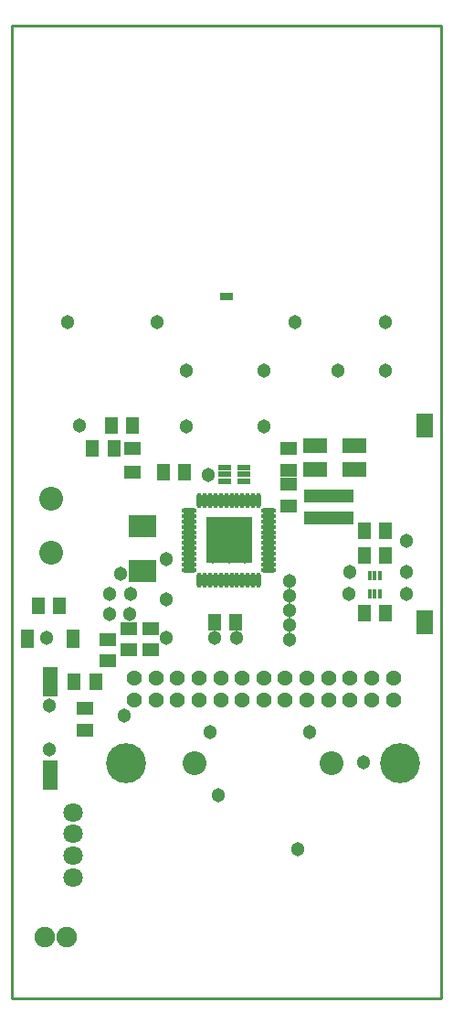
<source format=gts>
%FSLAX25Y25*%
%MOIN*%
G70*
G01*
G75*
G04 Layer_Color=8388736*
%ADD10R,0.05118X0.03937*%
%ADD11R,0.03937X0.05118*%
%ADD12R,0.00984X0.03347*%
%ADD13R,0.04724X0.10039*%
%ADD14R,0.04331X0.05906*%
%ADD15O,0.04724X0.00984*%
%ADD16O,0.00984X0.04724*%
%ADD17R,0.07874X0.04724*%
%ADD18R,0.05118X0.04331*%
%ADD19R,0.05118X0.07874*%
%ADD20R,0.09055X0.07087*%
%ADD21R,0.03937X0.01378*%
%ADD22R,0.03937X0.01969*%
%ADD23C,0.00984*%
%ADD24C,0.01969*%
%ADD25C,0.05787*%
%ADD26C,0.01043*%
%ADD27R,0.07874X0.27559*%
%ADD28R,0.72870X0.07874*%
%ADD29R,0.07874X0.35433*%
%ADD30R,1.49606X0.07874*%
%ADD31R,1.25984X0.07874*%
%ADD32R,0.07874X0.27559*%
%ADD33C,0.04843*%
%ADD34C,0.07874*%
%ADD35C,0.13780*%
%ADD36C,0.06693*%
%ADD37R,0.16142X0.16142*%
%ADD38C,0.06299*%
%ADD39C,0.04331*%
%ADD40R,0.02362X0.03937*%
%ADD41R,0.03937X0.02362*%
%ADD42R,0.05906X0.02362*%
%ADD43R,0.05118X0.03150*%
%ADD44R,0.03150X0.05118*%
%ADD45R,0.06693X0.10236*%
%ADD46C,0.06693*%
%ADD47R,0.05918X0.04737*%
%ADD48R,0.04737X0.05918*%
%ADD49R,0.01378X0.03740*%
%ADD50R,0.05524X0.10839*%
%ADD51R,0.05131X0.06706*%
%ADD52O,0.05512X0.01772*%
%ADD53O,0.01772X0.05512*%
%ADD54R,0.08674X0.05524*%
%ADD55R,0.05918X0.05131*%
%ADD56R,0.05918X0.08674*%
%ADD57R,0.09855X0.07887*%
%ADD58R,0.04737X0.02178*%
%ADD59R,0.04737X0.02769*%
%ADD60C,0.05643*%
%ADD61C,0.08674*%
%ADD62C,0.14579*%
%ADD63C,0.07493*%
%ADD64R,0.16942X0.16942*%
%ADD65C,0.07099*%
%ADD66C,0.05131*%
D23*
X-78128Y-255572D02*
Y98791D01*
X78369D01*
Y-255572D02*
Y98791D01*
X-78128Y-255572D02*
X78072D01*
D47*
X37500Y-72763D02*
D03*
Y-80637D02*
D03*
X31500Y-72763D02*
D03*
Y-80637D02*
D03*
X43500D02*
D03*
Y-72763D02*
D03*
X-27400Y-128779D02*
D03*
Y-120905D02*
D03*
X22700Y-76137D02*
D03*
Y-68263D02*
D03*
Y-55263D02*
D03*
Y-63137D02*
D03*
X-35600Y-120905D02*
D03*
Y-128779D02*
D03*
X-51400Y-150005D02*
D03*
Y-157879D02*
D03*
X-43200Y-132679D02*
D03*
Y-124805D02*
D03*
D48*
X50363Y-85442D02*
D03*
X58237D02*
D03*
X58238Y-115442D02*
D03*
X50364D02*
D03*
X58238Y-94342D02*
D03*
X50364D02*
D03*
X-55437Y-140342D02*
D03*
X-47563D02*
D03*
X-4337Y-118642D02*
D03*
X3537D02*
D03*
X-23037Y-63900D02*
D03*
X-15163D02*
D03*
X-40863Y-55242D02*
D03*
X-48737D02*
D03*
X-68637Y-112642D02*
D03*
X-60763D02*
D03*
X-42037Y-46842D02*
D03*
X-34163D02*
D03*
D49*
X52281Y-108342D02*
D03*
X54250D02*
D03*
X56218D02*
D03*
Y-101452D02*
D03*
X54250D02*
D03*
X52281D02*
D03*
D50*
X-64300Y-140314D02*
D03*
Y-174369D02*
D03*
D51*
X-55785Y-124742D02*
D03*
X-72615D02*
D03*
D52*
X-13595Y-99568D02*
D03*
Y-97600D02*
D03*
Y-95631D02*
D03*
Y-93663D02*
D03*
Y-91694D02*
D03*
Y-89726D02*
D03*
Y-87757D02*
D03*
Y-85789D02*
D03*
Y-83820D02*
D03*
Y-81852D02*
D03*
Y-79883D02*
D03*
Y-77915D02*
D03*
X15539D02*
D03*
Y-79883D02*
D03*
Y-81852D02*
D03*
Y-83820D02*
D03*
Y-85789D02*
D03*
Y-87757D02*
D03*
Y-89726D02*
D03*
Y-91694D02*
D03*
Y-93663D02*
D03*
Y-95631D02*
D03*
Y-97600D02*
D03*
Y-99568D02*
D03*
D53*
X-9854Y-74175D02*
D03*
X-7886D02*
D03*
X-5917D02*
D03*
X-3949D02*
D03*
X-1980D02*
D03*
X-12D02*
D03*
X1957D02*
D03*
X3925D02*
D03*
X5894D02*
D03*
X7862D02*
D03*
X9831D02*
D03*
X11799D02*
D03*
Y-103309D02*
D03*
X9831D02*
D03*
X7862D02*
D03*
X5894D02*
D03*
X3925D02*
D03*
X1957D02*
D03*
X-12D02*
D03*
X-1980D02*
D03*
X-3949D02*
D03*
X-5917D02*
D03*
X-7886D02*
D03*
X-9854D02*
D03*
D54*
X46883Y-63031D02*
D03*
X32316Y-54369D02*
D03*
Y-63031D02*
D03*
X46883Y-54369D02*
D03*
D55*
X-34100Y-63972D02*
D03*
Y-55311D02*
D03*
D56*
X72400Y-46983D02*
D03*
Y-118636D02*
D03*
D57*
X-30500Y-100010D02*
D03*
Y-83474D02*
D03*
D58*
X6443Y-62217D02*
D03*
Y-64776D02*
D03*
Y-67335D02*
D03*
X-643D02*
D03*
Y-64776D02*
D03*
Y-62217D02*
D03*
D59*
X87Y-42D02*
D03*
D60*
X-33545Y-146784D02*
D03*
Y-138910D02*
D03*
X-25671Y-146784D02*
D03*
Y-138910D02*
D03*
X-17797Y-146784D02*
D03*
Y-138910D02*
D03*
X-9923Y-146784D02*
D03*
Y-138910D02*
D03*
X-2049Y-146784D02*
D03*
Y-138910D02*
D03*
X5825Y-146784D02*
D03*
Y-138910D02*
D03*
X13699Y-146784D02*
D03*
Y-138910D02*
D03*
X21573Y-146784D02*
D03*
Y-138910D02*
D03*
X29447Y-146784D02*
D03*
Y-138910D02*
D03*
X37321Y-146784D02*
D03*
Y-138910D02*
D03*
X45195Y-146784D02*
D03*
Y-138910D02*
D03*
X53069Y-146784D02*
D03*
Y-138910D02*
D03*
X60943Y-146784D02*
D03*
Y-138910D02*
D03*
D61*
X38400Y-169842D02*
D03*
X-11600D02*
D03*
X-64000Y-93184D02*
D03*
Y-73499D02*
D03*
D62*
X63400Y-169842D02*
D03*
X-36600D02*
D03*
D63*
X-66137Y-233142D02*
D03*
X-58263D02*
D03*
D64*
X972Y-88742D02*
D03*
D65*
X-56000Y-211464D02*
D03*
Y-203590D02*
D03*
Y-195716D02*
D03*
Y-187842D02*
D03*
D66*
X-5900Y-158700D02*
D03*
X-37100Y-152600D02*
D03*
X26000Y-201400D02*
D03*
X57972Y-9142D02*
D03*
X25272Y-9140D02*
D03*
X-25327Y-9142D02*
D03*
X-58028Y-9140D02*
D03*
X-65500Y-124442D02*
D03*
X50000Y-169642D02*
D03*
X65700Y-108300D02*
D03*
X45000Y-100200D02*
D03*
X65902Y-89100D02*
D03*
X3800Y-124442D02*
D03*
X-4300D02*
D03*
X23098Y-125100D02*
D03*
Y-119742D02*
D03*
X-42400Y-115742D02*
D03*
X-38500Y-101100D02*
D03*
X-35100Y-115742D02*
D03*
X-64400Y-149042D02*
D03*
Y-165042D02*
D03*
X6878Y-82836D02*
D03*
Y-88742D02*
D03*
Y-94647D02*
D03*
X972D02*
D03*
X-4933Y-88742D02*
D03*
Y-82836D02*
D03*
Y-94647D02*
D03*
X972Y-82836D02*
D03*
X-53600Y-46842D02*
D03*
X-42400Y-108442D02*
D03*
X-22000Y-124442D02*
D03*
X-21999Y-95642D02*
D03*
X-35000Y-108442D02*
D03*
X-21999Y-110142D02*
D03*
X44900Y-108441D02*
D03*
X-3000Y-181700D02*
D03*
X30300Y-158598D02*
D03*
X23098Y-109000D02*
D03*
X23100Y-103600D02*
D03*
X23098Y-114400D02*
D03*
X65900Y-100201D02*
D03*
X-6400Y-64800D02*
D03*
X-14600Y-47299D02*
D03*
X-14598Y-27100D02*
D03*
X13900Y-47300D02*
D03*
X13902Y-27098D02*
D03*
X40900D02*
D03*
X57972D02*
D03*
M02*

</source>
